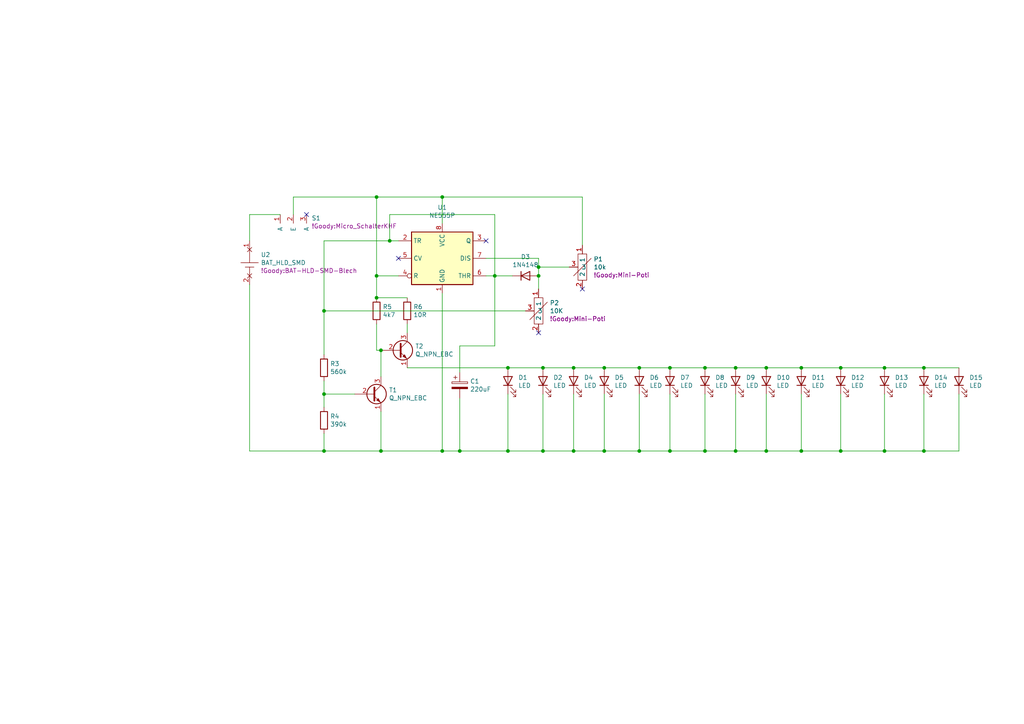
<source format=kicad_sch>
(kicad_sch (version 20230121) (generator eeschema)
  (paper "A4")
  (lib_symbols
    (symbol "!Goody:BAT_HLD_SMD" (pin_names (offset 1.016))
      (property "Reference" "U" (at -5.08 0 0))
      (property "Value" "BAT_HLD_SMD" (at -10.16 3.81 0))
      (property "Footprint" "KHF_LIB:BAT-HLD-SMD" (at -15.24 6.35 0))
      (symbol "BAT_HLD_SMD_0_1"
        (rectangle (start -1.27 -1.27) (end 1.27 -1.27))
        (rectangle (start -1.27 0) (end -2.54 0))
        (rectangle (start -1.27 0) (end 1.27 0))
        (polyline (pts (xy 0 -3.81) (xy 0 -1.27)))
        (polyline (pts (xy 0 0) (xy 0 3.81)))
        (polyline (pts (xy 1.27 0) (xy 2.54 0)))
      )
      (symbol "BAT_HLD_SMD_1_1"
        (pin power_out non_logic (at 0 6.35 270) (length 2.54) (name "~") (number "1"))
        (pin power_out non_logic (at 0 -6.35 90) (length 2.54) (name "~") (number "2"))
      )
    )
    (symbol "!Goody:ELKO" (pin_numbers hide) (pin_names (offset 0.254))
      (property "Reference" "C" (at 0.635 2.54 0))
      (property "Value" "ELKO" (at 0.635 -2.54 0))
      (symbol "ELKO_0_1"
        (rectangle (start -2.286 0.508) (end 2.286 1.016))
        (polyline (pts (xy -1.778 2.286) (xy -0.762 2.286)))
        (polyline (pts (xy -1.27 2.794) (xy -1.27 1.778)))
        (rectangle (start 2.286 -0.508) (end -2.286 -1.016) (fill (type outline)))
      )
      (symbol "ELKO_1_1"
        (pin passive line (at 0 3.81 270) (length 2.794) (name "~") (number "1"))
        (pin passive line (at 0 -3.81 90) (length 2.794) (name "~") (number "2"))
      )
    )
    (symbol "!Goody:LED" (pin_numbers hide) (pin_names (offset 1.016) hide)
      (property "Reference" "D" (at 0 2.54 0))
      (property "Value" "LED" (at 2.54 -2.54 90))
      (symbol "LED_0_1"
        (polyline (pts (xy 0 -3.81) (xy 0 -1.27)))
        (polyline (pts (xy 1.27 -3.81) (xy -1.27 -3.81)) (stroke (width 0.254)))
        (polyline (pts (xy 1.27 -1.27) (xy -1.27 -1.27) (xy 0 -3.81) (xy 1.27 -1.27)) (stroke (width 0.254)))
        (polyline (pts (xy 0.762 -5.588) (xy 2.286 -7.112) (xy 2.286 -6.35) (xy 2.286 -7.112) (xy 1.524 -7.112)))
        (polyline (pts (xy 0.762 -4.318) (xy 2.286 -5.842) (xy 2.286 -5.08) (xy 2.286 -5.842) (xy 1.524 -5.842)))
      )
      (symbol "LED_1_1"
        (pin passive line (at 0 -6.35 90) (length 2.54) (name "K") (number "1"))
        (pin passive line (at 0 1.27 270) (length 2.54) (name "A") (number "2"))
      )
    )
    (symbol "!Goody:Micro_Schalter" (pin_names (offset 1.016))
      (property "Reference" "S" (at 0 0 0))
      (property "Footprint" "KHF_LIB:Micro_SchalterKHF" (at 0 0 0))
      (symbol "Micro_Schalter_1_1"
        (pin passive line (at -3.81 -2.54 270) (length 2.54) (name "A") (number "1"))
        (pin passive line (at 0 -2.54 270) (length 2.54) (name "E") (number "2"))
        (pin passive line (at 3.81 -2.54 270) (length 2.54) (name "A") (number "3"))
      )
    )
    (symbol "!Goody:Mini-Poti" (pin_names (offset 1.016))
      (property "Reference" "P" (at -6.35 -1.27 0))
      (property "Value" "Mini-Poti" (at -2.54 -3.81 0))
      (property "Footprint" "!Goody:Mini-Poti" (at -6.35 -1.27 90))
      (symbol "Mini-Poti_0_1"
        (polyline (pts (xy -11.43 -5.08) (xy -6.35 0)))
        (polyline (pts (xy -10.16 1.27) (xy -7.62 1.27) (xy -7.62 -6.35) (xy -10.16 -6.35) (xy -10.16 1.27)))
      )
      (symbol "Mini-Poti_1_1"
        (pin passive line (at -8.89 3.81 270) (length 2.54) (name "1") (number "1"))
        (pin passive line (at -8.89 -8.89 90) (length 2.54) (name "2") (number "2"))
        (pin passive line (at -12.7 -2.54 0) (length 2.54) (name "3") (number "3"))
      )
    )
    (symbol "!Goody:R" (pin_numbers hide) (pin_names (offset 0))
      (property "Reference" "R" (at 2.032 0 90))
      (property "Value" "R" (at 0 0 90))
      (symbol "R_0_1"
        (rectangle (start -1.016 -2.54) (end 1.016 2.54) (stroke (width 0.254)))
      )
      (symbol "R_1_1"
        (pin passive line (at 0 3.81 270) (length 1.27) (name "~") (number "1"))
        (pin passive line (at 0 -3.81 90) (length 1.27) (name "~") (number "2"))
      )
    )
    (symbol "Device:Q_NPN_EBC" (pin_names (offset 0) hide)
      (property "Reference" "Q" (at 5.08 1.27 0))
      (property "Value" "Q_NPN_EBC" (at 5.08 -1.27 0))
      (symbol "Q_NPN_EBC_0_1"
        (polyline (pts (xy 0.635 0.635) (xy 2.54 2.54)))
        (polyline (pts (xy 0.635 -0.635) (xy 2.54 -2.54) (xy 2.54 -2.54)))
        (polyline (pts (xy 0.635 1.905) (xy 0.635 -1.905) (xy 0.635 -1.905)) (stroke (width 0.508)))
        (polyline (pts (xy 1.27 -1.778) (xy 1.778 -1.27) (xy 2.286 -2.286) (xy 1.27 -1.778) (xy 1.27 -1.778)) (fill (type outline)))
        (circle (center 1.27 0) (radius 2.8194) (stroke (width 0.254)))
      )
      (symbol "Q_NPN_EBC_1_1"
        (pin passive line (at 2.54 -5.08 90) (length 2.54) (name "E") (number "1"))
        (pin passive line (at -5.08 0 0) (length 5.715) (name "B") (number "2"))
        (pin passive line (at 2.54 5.08 270) (length 2.54) (name "C") (number "3"))
      )
    )
    (symbol "Diode:1N4148" (pin_numbers hide) (pin_names hide)
      (property "Reference" "D" (at 0 2.54 0))
      (property "Value" "1N4148" (at 0 -2.54 0))
      (symbol "1N4148_0_1"
        (polyline (pts (xy -1.27 1.27) (xy -1.27 -1.27)) (stroke (width 0.254)))
        (polyline (pts (xy 1.27 0) (xy -1.27 0)))
        (polyline (pts (xy 1.27 1.27) (xy 1.27 -1.27) (xy -1.27 0) (xy 1.27 1.27)) (stroke (width 0.254)))
      )
      (symbol "1N4148_1_1"
        (pin passive line (at -3.81 0 0) (length 2.54) (name "K") (number "1"))
        (pin passive line (at 3.81 0 180) (length 2.54) (name "A") (number "2"))
      )
    )
    (symbol "Timer:NE555P"
      (property "Reference" "U" (at -10.16 8.89 0))
      (property "Value" "NE555P" (at 2.54 8.89 0))
      (symbol "NE555P_0_0"
        (pin power_in line (at 0 -10.16 90) (length 2.54) (name "GND") (number "1"))
        (pin power_in line (at 0 10.16 270) (length 2.54) (name "VCC") (number "8"))
      )
      (symbol "NE555P_0_1"
        (rectangle (start -8.89 -7.62) (end 8.89 7.62) (stroke (width 0.254)) (fill (type background)))
        (rectangle (start -8.89 -7.62) (end 8.89 7.62) (stroke (width 0.254)) (fill (type background)))
      )
      (symbol "NE555P_1_1"
        (pin input line (at -12.7 5.08 0) (length 3.81) (name "TR") (number "2"))
        (pin output line (at 12.7 5.08 180) (length 3.81) (name "Q") (number "3"))
        (pin input inverted (at -12.7 -5.08 0) (length 3.81) (name "R") (number "4"))
        (pin input line (at -12.7 0 0) (length 3.81) (name "CV") (number "5"))
        (pin input line (at 12.7 -5.08 180) (length 3.81) (name "THR") (number "6"))
        (pin input line (at 12.7 0 180) (length 3.81) (name "DIS") (number "7"))
      )
    )
  )
  (junction (at 256.54 130.81))
  (junction (at 243.84 106.68))
  (junction (at 93.98 130.81))
  (junction (at 194.31 130.81))
  (junction (at 93.98 114.3))
  (junction (at 109.22 80.01))
  (junction (at 175.26 130.81))
  (junction (at 213.36 106.68))
  (junction (at 232.41 106.68))
  (junction (at 256.54 106.68))
  (junction (at 93.98 90.17))
  (junction (at 143.51 80.01))
  (junction (at 194.31 106.68))
  (junction (at 204.47 130.81))
  (junction (at 166.37 106.68))
  (junction (at 110.49 101.6))
  (junction (at 222.25 130.81))
  (junction (at 147.32 130.81))
  (junction (at 175.26 106.68))
  (junction (at 243.84 130.81))
  (junction (at 157.48 130.81))
  (junction (at 128.27 57.15))
  (junction (at 185.42 130.81))
  (junction (at 204.47 106.68))
  (junction (at 109.22 57.15))
  (junction (at 267.97 106.68))
  (junction (at 185.42 106.68))
  (junction (at 222.25 106.68))
  (junction (at 147.32 106.68))
  (junction (at 166.37 130.81))
  (junction (at 213.36 130.81))
  (junction (at 110.49 130.81))
  (junction (at 133.35 130.81))
  (junction (at 267.97 130.81))
  (junction (at 156.21 80.01))
  (junction (at 128.27 130.81))
  (junction (at 109.22 86.36))
  (junction (at 156.21 77.47))
  (junction (at 113.03 69.85))
  (junction (at 232.41 130.81))
  (junction (at 157.48 106.68))
  (no_connect (at 115.57 74.93))
  (no_connect (at 168.91 83.82))
  (no_connect (at 140.97 69.85))
  (no_connect (at 156.21 96.52))
  (no_connect (at 88.9 62.23))
  (wire (pts (xy 109.22 86.36) (xy 109.22 80.01)))
  (wire (pts (xy 147.32 114.3) (xy 147.32 130.81)))
  (wire (pts (xy 72.39 82.55) (xy 72.39 130.81)))
  (wire (pts (xy 118.11 96.52) (xy 118.11 93.98)))
  (wire (pts (xy 185.42 130.81) (xy 185.42 114.3)))
  (wire (pts (xy 213.36 130.81) (xy 204.47 130.81)))
  (wire (pts (xy 243.84 130.81) (xy 232.41 130.81)))
  (wire (pts (xy 102.87 114.3) (xy 93.98 114.3)))
  (wire (pts (xy 278.13 130.81) (xy 278.13 114.3)))
  (wire (pts (xy 243.84 130.81) (xy 256.54 130.81)))
  (wire (pts (xy 157.48 106.68) (xy 166.37 106.68)))
  (wire (pts (xy 232.41 130.81) (xy 232.41 114.3)))
  (wire (pts (xy 118.11 106.68) (xy 147.32 106.68)))
  (wire (pts (xy 168.91 57.15) (xy 168.91 71.12)))
  (wire (pts (xy 267.97 106.68) (xy 256.54 106.68)))
  (wire (pts (xy 113.03 62.23) (xy 113.03 69.85)))
  (wire (pts (xy 140.97 74.93) (xy 156.21 74.93)))
  (wire (pts (xy 175.26 130.81) (xy 175.26 114.3)))
  (wire (pts (xy 204.47 130.81) (xy 204.47 114.3)))
  (wire (pts (xy 110.49 119.38) (xy 110.49 130.81)))
  (wire (pts (xy 152.4 90.17) (xy 93.98 90.17)))
  (wire (pts (xy 115.57 80.01) (xy 109.22 80.01)))
  (wire (pts (xy 278.13 106.68) (xy 267.97 106.68)))
  (wire (pts (xy 143.51 80.01) (xy 143.51 100.33)))
  (wire (pts (xy 166.37 106.68) (xy 175.26 106.68)))
  (wire (pts (xy 156.21 77.47) (xy 156.21 80.01)))
  (wire (pts (xy 118.11 86.36) (xy 109.22 86.36)))
  (wire (pts (xy 143.51 62.23) (xy 143.51 80.01)))
  (wire (pts (xy 157.48 130.81) (xy 157.48 114.3)))
  (wire (pts (xy 93.98 118.11) (xy 93.98 114.3)))
  (wire (pts (xy 128.27 57.15) (xy 168.91 57.15)))
  (wire (pts (xy 194.31 130.81) (xy 185.42 130.81)))
  (wire (pts (xy 256.54 130.81) (xy 267.97 130.81)))
  (wire (pts (xy 213.36 130.81) (xy 213.36 114.3)))
  (wire (pts (xy 243.84 106.68) (xy 232.41 106.68)))
  (wire (pts (xy 222.25 130.81) (xy 213.36 130.81)))
  (wire (pts (xy 185.42 130.81) (xy 175.26 130.81)))
  (wire (pts (xy 267.97 130.81) (xy 267.97 114.3)))
  (wire (pts (xy 213.36 106.68) (xy 222.25 106.68)))
  (wire (pts (xy 147.32 130.81) (xy 157.48 130.81)))
  (wire (pts (xy 109.22 101.6) (xy 110.49 101.6)))
  (wire (pts (xy 133.35 107.95) (xy 133.35 100.33)))
  (wire (pts (xy 143.51 80.01) (xy 140.97 80.01)))
  (wire (pts (xy 147.32 106.68) (xy 157.48 106.68)))
  (wire (pts (xy 278.13 130.81) (xy 267.97 130.81)))
  (wire (pts (xy 109.22 80.01) (xy 109.22 57.15)))
  (wire (pts (xy 204.47 106.68) (xy 213.36 106.68)))
  (wire (pts (xy 93.98 125.73) (xy 93.98 130.81)))
  (wire (pts (xy 133.35 100.33) (xy 143.51 100.33)))
  (wire (pts (xy 128.27 57.15) (xy 128.27 64.77)))
  (wire (pts (xy 222.25 106.68) (xy 232.41 106.68)))
  (wire (pts (xy 194.31 106.68) (xy 204.47 106.68)))
  (wire (pts (xy 175.26 106.68) (xy 185.42 106.68)))
  (wire (pts (xy 156.21 80.01) (xy 156.21 83.82)))
  (wire (pts (xy 110.49 130.81) (xy 128.27 130.81)))
  (wire (pts (xy 133.35 130.81) (xy 147.32 130.81)))
  (wire (pts (xy 133.35 115.57) (xy 133.35 130.81)))
  (wire (pts (xy 93.98 130.81) (xy 110.49 130.81)))
  (wire (pts (xy 232.41 130.81) (xy 222.25 130.81)))
  (wire (pts (xy 243.84 130.81) (xy 243.84 114.3)))
  (wire (pts (xy 85.09 62.23) (xy 85.09 57.15)))
  (wire (pts (xy 204.47 130.81) (xy 194.31 130.81)))
  (wire (pts (xy 256.54 130.81) (xy 256.54 114.3)))
  (wire (pts (xy 110.49 101.6) (xy 110.49 109.22)))
  (wire (pts (xy 166.37 130.81) (xy 166.37 114.3)))
  (wire (pts (xy 128.27 85.09) (xy 128.27 130.81)))
  (wire (pts (xy 109.22 93.98) (xy 109.22 101.6)))
  (wire (pts (xy 93.98 90.17) (xy 93.98 102.87)))
  (wire (pts (xy 128.27 130.81) (xy 133.35 130.81)))
  (wire (pts (xy 185.42 106.68) (xy 194.31 106.68)))
  (wire (pts (xy 148.59 80.01) (xy 143.51 80.01)))
  (wire (pts (xy 93.98 69.85) (xy 93.98 90.17)))
  (wire (pts (xy 72.39 130.81) (xy 93.98 130.81)))
  (wire (pts (xy 72.39 62.23) (xy 81.28 62.23)))
  (wire (pts (xy 222.25 130.81) (xy 222.25 114.3)))
  (wire (pts (xy 85.09 57.15) (xy 109.22 57.15)))
  (wire (pts (xy 166.37 130.81) (xy 175.26 130.81)))
  (wire (pts (xy 109.22 57.15) (xy 128.27 57.15)))
  (wire (pts (xy 157.48 130.81) (xy 166.37 130.81)))
  (wire (pts (xy 156.21 77.47) (xy 156.21 74.93)))
  (wire (pts (xy 93.98 69.85) (xy 113.03 69.85)))
  (wire (pts (xy 194.31 130.81) (xy 194.31 114.3)))
  (wire (pts (xy 113.03 69.85) (xy 115.57 69.85)))
  (wire (pts (xy 93.98 114.3) (xy 93.98 110.49)))
  (wire (pts (xy 156.21 77.47) (xy 165.1 77.47)))
  (wire (pts (xy 113.03 62.23) (xy 143.51 62.23)))
  (wire (pts (xy 72.39 69.85) (xy 72.39 62.23)))
  (wire (pts (xy 243.84 106.68) (xy 256.54 106.68)))
  (symbol (lib_id "Timer:NE555P") (at 128.27 74.93 0) (unit 1)
    (property "Reference" "U1" (at 128.27 60.1726 0))
    (property "Value" "NE555P" (at 128.27 62.484 0))
    (property "Footprint" "Package_DIP:DIP-8_W7.62mm" (effects hide))
    (property "Datasheet" "http://www.ti.com/lit/ds/symlink/ne555.pdf" (effects hide))
  )
  (symbol (lib_id "Diode:1N4148") (at 152.4 80.01 0) (unit 1)
    (property "Reference" "D3" (at 152.4 74.4982 0))
    (property "Value" "1N4148" (at 152.4 76.8096 0))
    (property "Footprint" "Diode_THT:D_DO-35_SOD27_P7.62mm_Horizontal" (effects hide))
    (property "Datasheet" "https://assets.nexperia.com/documents/data-sheet/1N4148_1N4448.pdf" (effects hide))
  )
  (symbol (lib_id "!Goody:ELKO") (at 133.35 111.76 0) (unit 1)
    (property "Reference" "C1" (at 136.3472 110.5916 0) (effects (justify left)))
    (property "Value" "220uF" (at 136.3472 112.903 0) (effects (justify left)))
    (property "Footprint" "Capacitor_THT:CP_Radial_D6.3mm_P2.50mm" (effects hide))
  )
  (symbol (lib_id "!Goody:Mini-Poti") (at 177.8 74.93 0) (unit 1)
    (property "Reference" "P1" (at 172.1612 75.1586 0) (effects (justify left)))
    (property "Value" "10k" (at 172.1612 77.47 0) (effects (justify left)))
    (property "Footprint" "!Goody:Mini-Poti" (at 172.1612 79.7814 0) (effects (justify left)))
  )
  (symbol (lib_id "!Goody:R") (at 93.98 106.68 0) (unit 1)
    (property "Reference" "R3" (at 95.758 105.5116 0) (effects (justify left)))
    (property "Value" "560k" (at 95.758 107.823 0) (effects (justify left)))
    (property "Footprint" "Resistor_THT:R_Axial_DIN0207_L6.3mm_D2.5mm_P10.16mm_Horizontal" (effects hide))
  )
  (symbol (lib_id "!Goody:R") (at 93.98 121.92 0) (unit 1)
    (property "Reference" "R4" (at 95.758 120.7516 0) (effects (justify left)))
    (property "Value" "390k" (at 95.758 123.063 0) (effects (justify left)))
    (property "Footprint" "Resistor_THT:R_Axial_DIN0207_L6.3mm_D2.5mm_P10.16mm_Horizontal" (effects hide))
  )
  (symbol (lib_id "Device:Q_NPN_EBC") (at 107.95 114.3 0) (unit 1)
    (property "Reference" "T1" (at 112.8014 113.1316 0) (effects (justify left)))
    (property "Value" "Q_NPN_EBC" (at 112.8014 115.443 0) (effects (justify left)))
    (property "Footprint" "!Goody:TO-92L_Wide" (effects hide))
  )
  (symbol (lib_id "Device:Q_NPN_EBC") (at 115.57 101.6 0) (unit 1)
    (property "Reference" "T2" (at 120.4214 100.4316 0) (effects (justify left)))
    (property "Value" "Q_NPN_EBC" (at 120.4214 102.743 0) (effects (justify left)))
    (property "Footprint" "!Goody:TO-92L_Wide" (effects hide))
  )
  (symbol (lib_id "!Goody:LED") (at 147.32 107.95 0) (unit 1)
    (property "Reference" "D1" (at 150.3172 109.4994 0) (effects (justify left)))
    (property "Value" "LED" (at 150.3172 111.8108 0) (effects (justify left)))
    (property "Footprint" "!Goody:LED_D5.0mm" (effects hide))
  )
  (symbol (lib_id "!Goody:LED") (at 157.48 107.95 0) (unit 1)
    (property "Reference" "D2" (at 160.4772 109.4994 0) (effects (justify left)))
    (property "Value" "LED" (at 160.4772 111.8108 0) (effects (justify left)))
    (property "Footprint" "!Goody:LED_D5.0mm" (effects hide))
  )
  (symbol (lib_id "!Goody:BAT_HLD_SMD") (at 72.39 76.2 0) (unit 1)
    (property "Reference" "U2" (at 75.6412 73.8886 0) (effects (justify left)))
    (property "Value" "BAT_HLD_SMD" (at 75.6412 76.2 0) (effects (justify left)))
    (property "Footprint" "!Goody:BAT-HLD-SMD-Blech" (at 75.6412 78.5114 0) (effects (justify left)))
  )
  (symbol (lib_id "!Goody:Micro_Schalter") (at 85.09 59.69 0) (unit 1)
    (property "Reference" "S1" (at 90.3732 63.2714 0) (effects (justify left)))
    (property "Value" "Micro_Schalter" (effects hide))
    (property "Footprint" "!Goody:Micro_SchalterKHF" (at 90.3732 65.5828 0) (effects (justify left)))
  )
  (symbol (lib_id "!Goody:R") (at 118.11 90.17 0) (unit 1)
    (property "Reference" "R6" (at 119.888 89.0016 0) (effects (justify left)))
    (property "Value" "10R" (at 119.888 91.313 0) (effects (justify left)))
    (property "Footprint" "Resistor_THT:R_Axial_DIN0207_L6.3mm_D2.5mm_P10.16mm_Horizontal" (effects hide))
  )
  (symbol (lib_id "!Goody:R") (at 109.22 90.17 0) (unit 1)
    (property "Reference" "R5" (at 110.998 89.0016 0) (effects (justify left)))
    (property "Value" "4k7" (at 110.998 91.313 0) (effects (justify left)))
    (property "Footprint" "Resistor_THT:R_Axial_DIN0207_L6.3mm_D2.5mm_P10.16mm_Horizontal" (effects hide))
  )
  (symbol (lib_id "!Goody:Mini-Poti") (at 165.1 87.63 0) (unit 1)
    (property "Reference" "P2" (at 159.4612 87.8586 0) (effects (justify left)))
    (property "Value" "10K" (at 159.4612 90.17 0) (effects (justify left)))
    (property "Footprint" "!Goody:Mini-Poti" (at 159.4612 92.4814 0) (effects (justify left)))
  )
  (symbol (lib_id "!Goody:LED") (at 166.37 107.95 0) (unit 1)
    (property "Reference" "D4" (at 169.3672 109.4994 0) (effects (justify left)))
    (property "Value" "LED" (at 169.3672 111.8108 0) (effects (justify left)))
    (property "Footprint" "!Goody:LED_D5.0mm" (effects hide))
  )
  (symbol (lib_id "!Goody:LED") (at 175.26 107.95 0) (unit 1)
    (property "Reference" "D5" (at 178.2572 109.4994 0) (effects (justify left)))
    (property "Value" "LED" (at 178.2572 111.8108 0) (effects (justify left)))
    (property "Footprint" "!Goody:LED_D5.0mm" (effects hide))
  )
  (symbol (lib_id "!Goody:LED") (at 185.42 107.95 0) (unit 1)
    (property "Reference" "D6" (at 188.4172 109.4994 0) (effects (justify left)))
    (property "Value" "LED" (at 188.4172 111.8108 0) (effects (justify left)))
    (property "Footprint" "!Goody:LED_D5.0mm" (effects hide))
  )
  (symbol (lib_id "!Goody:LED") (at 194.31 107.95 0) (unit 1)
    (property "Reference" "D7" (at 197.3072 109.4994 0) (effects (justify left)))
    (property "Value" "LED" (at 197.3072 111.8108 0) (effects (justify left)))
    (property "Footprint" "!Goody:LED_D5.0mm" (effects hide))
  )
  (symbol (lib_id "!Goody:LED") (at 204.47 107.95 0) (unit 1)
    (property "Reference" "D8" (at 207.4672 109.4994 0) (effects (justify left)))
    (property "Value" "LED" (at 207.4672 111.8108 0) (effects (justify left)))
    (property "Footprint" "!Goody:LED_D5.0mm" (effects hide))
  )
  (symbol (lib_id "!Goody:LED") (at 213.36 107.95 0) (unit 1)
    (property "Reference" "D9" (at 216.3572 109.4994 0) (effects (justify left)))
    (property "Value" "LED" (at 216.3572 111.8108 0) (effects (justify left)))
    (property "Footprint" "!Goody:LED_D5.0mm" (effects hide))
  )
  (symbol (lib_id "!Goody:LED") (at 222.25 107.95 0) (unit 1)
    (property "Reference" "D10" (at 225.2472 109.4994 0) (effects (justify left)))
    (property "Value" "LED" (at 225.2472 111.8108 0) (effects (justify left)))
    (property "Footprint" "!Goody:LED_D5.0mm" (effects hide))
  )
  (symbol (lib_id "!Goody:LED") (at 232.41 107.95 0) (unit 1)
    (property "Reference" "D11" (at 235.4072 109.4994 0) (effects (justify left)))
    (property "Value" "LED" (at 235.4072 111.8108 0) (effects (justify left)))
    (property "Footprint" "!Goody:LED_D5.0mm" (effects hide))
  )
  (symbol (lib_id "!Goody:LED") (at 243.84 107.95 0) (unit 1)
    (property "Reference" "D12" (at 246.8372 109.4994 0) (effects (justify left)))
    (property "Value" "LED" (at 246.8372 111.8108 0) (effects (justify left)))
    (property "Footprint" "!Goody:LED_D5.0mm" (effects hide))
  )
  (symbol (lib_id "!Goody:LED") (at 256.54 107.95 0) (unit 1)
    (property "Reference" "D13" (at 259.5372 109.4994 0) (effects (justify left)))
    (property "Value" "LED" (at 259.5372 111.8108 0) (effects (justify left)))
    (property "Footprint" "!Goody:LED_D5.0mm" (effects hide))
  )
  (symbol (lib_id "!Goody:LED") (at 267.97 107.95 0) (unit 1)
    (property "Reference" "D14" (at 270.9672 109.4994 0) (effects (justify left)))
    (property "Value" "LED" (at 270.9672 111.8108 0) (effects (justify left)))
    (property "Footprint" "!Goody:LED_D5.0mm" (effects hide))
  )
  (symbol (lib_id "!Goody:LED") (at 278.13 107.95 0) (unit 1)
    (property "Reference" "D15" (at 281.1272 109.4994 0) (effects (justify left)))
    (property "Value" "LED" (at 281.1272 111.8108 0) (effects (justify left)))
    (property "Footprint" "!Goody:LED_D5.0mm" (effects hide))
  )
)
</source>
